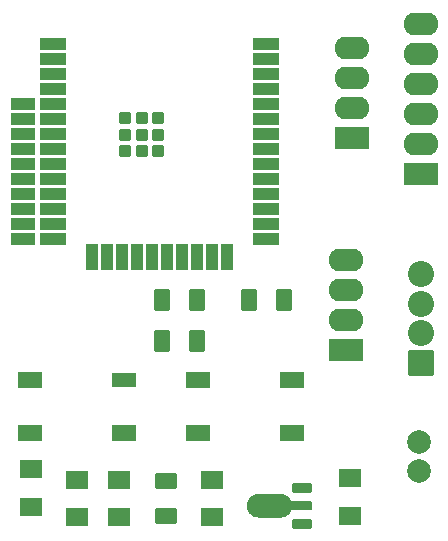
<source format=gts>
G04 Layer: TopSolderMaskLayer*
G04 EasyEDA v6.5.23, 2023-05-28 17:35:23*
G04 5b9d0392a9f34ebfbb4243e03fcb58ae,7b9118f9ee4640bfb0881aea6626bb62,10*
G04 Gerber Generator version 0.2*
G04 Scale: 100 percent, Rotated: No, Reflected: No *
G04 Dimensions in millimeters *
G04 leading zeros omitted , absolute positions ,4 integer and 5 decimal *
%FSLAX45Y45*%
%MOMM*%

%AMMACRO1*1,1,$1,$2,$3*1,1,$1,$4,$5*1,1,$1,0-$2,0-$3*1,1,$1,0-$4,0-$5*20,1,$1,$2,$3,$4,$5,0*20,1,$1,$4,$5,0-$2,0-$3,0*20,1,$1,0-$2,0-$3,0-$4,0-$5,0*20,1,$1,0-$4,0-$5,$2,$3,0*4,1,4,$2,$3,$4,$5,0-$2,0-$3,0-$4,0-$5,$2,$3,0*%
%ADD10MACRO1,0.1016X-0.864X0.7425X0.864X0.7425*%
%ADD11MACRO1,0.1016X-0.864X-0.7425X0.864X-0.7425*%
%ADD12MACRO1,0.1016X0.864X-0.7425X-0.864X-0.7425*%
%ADD13MACRO1,0.1016X0.864X0.7425X-0.864X0.7425*%
%ADD14C,2.0000*%
%ADD15C,2.2032*%
%ADD16MACRO1,0.2032X1X1X1X-1*%
%ADD17MACRO1,0.4X-1.27X0.77X1.27X0.77*%
%ADD18O,2.9399992X1.9400012*%
%ADD19MACRO1,0.1016X-0.8505X0.6038X0.8505X0.6038*%
%ADD20MACRO1,0.1016X-0.8505X-0.6038X0.8505X-0.6038*%
%ADD21MACRO1,0.1016X-0.6038X-0.8505X-0.6038X0.8505*%
%ADD22MACRO1,0.1016X0.6038X-0.8505X0.6038X0.8505*%
%ADD23R,2.1016X1.3016*%
%ADD24MACRO1,0.1016X-1X-0.6X-1X0.6*%
%ADD25MACRO1,0.1016X1.05X0.475X1.05X-0.475*%
%ADD26MACRO1,0.1016X0.475X1.05X0.475X-1.05*%
%ADD27MACRO1,0.1016X-0.45X-0.45X-0.45X0.45*%
%ADD28MACRO1,0.1016X-0.45X-0.4499X-0.45X0.4499*%
%ADD29MACRO1,0.1016X0.7875X-0.336X0.7875X0.336*%
%ADD30MACRO1,0.1016X-1X0.45X1X0.45*%
%ADD31C,0.0134*%

%LPD*%
D10*
G01*
X1765300Y3841249D03*
D11*
G01*
X1765300Y4159750D03*
D10*
G01*
X1409700Y3841249D03*
D11*
G01*
X1409700Y4159750D03*
D12*
G01*
X1016000Y4248650D03*
D13*
G01*
X1016000Y3930149D03*
D12*
G01*
X2552700Y4159750D03*
D13*
G01*
X2552700Y3841249D03*
D10*
G01*
X3721100Y3853949D03*
D11*
G01*
X3721100Y4172450D03*
D14*
G01*
X4305300Y4231093D03*
G01*
X4305300Y4481106D03*
D15*
G01*
X4318000Y5899505D03*
G01*
X4318000Y5649493D03*
G01*
X4318000Y5399506D03*
D16*
G01*
X4318000Y5149494D03*
D17*
G01*
X3683000Y5257800D03*
D18*
G01*
X3683000Y5511800D03*
G01*
X3683000Y5765800D03*
G01*
X3683000Y6019800D03*
D17*
G01*
X3733800Y7048500D03*
D18*
G01*
X3733800Y7302500D03*
G01*
X3733800Y7556500D03*
G01*
X3733800Y7810500D03*
D17*
G01*
X4318000Y6743700D03*
D18*
G01*
X4318000Y6997700D03*
G01*
X4318000Y7251700D03*
G01*
X4318000Y7505700D03*
G01*
X4318000Y7759700D03*
G01*
X4318000Y8013700D03*
D19*
G01*
X2159000Y3852623D03*
D20*
G01*
X2159000Y4148376D03*
D21*
G01*
X3157776Y5676900D03*
D22*
G01*
X2862023Y5676900D03*
D21*
G01*
X2421176Y5334000D03*
D22*
G01*
X2125423Y5334000D03*
D21*
G01*
X2421176Y5676900D03*
D22*
G01*
X2125423Y5676900D03*
D23*
G01*
X1809699Y5000193D03*
D24*
G01*
X1809699Y4550206D03*
G01*
X1009700Y4550206D03*
G01*
X1009700Y5000193D03*
G01*
X3232099Y5000193D03*
G01*
X3232099Y4550206D03*
G01*
X2432100Y4550206D03*
G01*
X2432100Y5000193D03*
D25*
G01*
X1208195Y7847157D03*
G01*
X1208195Y7720157D03*
G01*
X1208195Y7593157D03*
G01*
X1208195Y7466157D03*
G01*
X1208195Y7339157D03*
G01*
X1208195Y7212157D03*
G01*
X1208195Y7085157D03*
G01*
X1208195Y6958157D03*
G01*
X1208195Y6831157D03*
G01*
X1208195Y6704157D03*
G01*
X1208195Y6577157D03*
G01*
X1208195Y6450157D03*
G01*
X1208195Y6323157D03*
G01*
X1208195Y6196157D03*
D26*
G01*
X1536712Y6046659D03*
G01*
X1663712Y6046659D03*
G01*
X1790712Y6046659D03*
G01*
X1917712Y6046659D03*
G01*
X2044712Y6046659D03*
G01*
X2171712Y6046659D03*
G01*
X2298712Y6046659D03*
G01*
X2425712Y6046659D03*
G01*
X2552712Y6046659D03*
G01*
X2679712Y6046659D03*
D25*
G01*
X3008205Y6196157D03*
G01*
X3008205Y6323157D03*
G01*
X3008205Y6450157D03*
G01*
X3008205Y6577157D03*
G01*
X3008205Y6704157D03*
G01*
X3008205Y6831157D03*
G01*
X3008205Y6958157D03*
G01*
X3008205Y7085157D03*
G01*
X3008205Y7212157D03*
G01*
X3008205Y7339157D03*
G01*
X3008205Y7466157D03*
G01*
X3008205Y7593157D03*
G01*
X3008205Y7720157D03*
G01*
X3008205Y7847157D03*
D27*
G01*
X1958174Y7079053D03*
G01*
X1818199Y7079051D03*
G01*
X2098201Y7079051D03*
G01*
X2098201Y7219053D03*
G01*
X1958200Y7219053D03*
G01*
X1818199Y7219053D03*
G01*
X1818199Y6939061D03*
D28*
G01*
X1958200Y6939055D03*
D27*
G01*
X2098201Y6939061D03*
G36*
X2941827Y3837939D02*
G01*
X2937509Y3838194D01*
X2937256Y3838447D01*
X2932684Y3838955D01*
X2932429Y3838955D01*
X2928111Y3839718D01*
X2927858Y3839718D01*
X2923540Y3840479D01*
X2923286Y3840734D01*
X2918968Y3841750D01*
X2918713Y3841750D01*
X2914650Y3843273D01*
X2914395Y3843273D01*
X2910077Y3844797D01*
X2909824Y3844797D01*
X2905759Y3846576D01*
X2905506Y3846576D01*
X2901695Y3848607D01*
X2901441Y3848607D01*
X2893313Y3853179D01*
X2893313Y3853434D01*
X2889504Y3855720D01*
X2889250Y3855973D01*
X2885693Y3858513D01*
X2885440Y3858768D01*
X2882138Y3861562D01*
X2881884Y3861562D01*
X2878581Y3864610D01*
X2875025Y3868165D01*
X2871977Y3871468D01*
X2868929Y3875023D01*
X2866136Y3878579D01*
X2865881Y3878834D01*
X2863341Y3882389D01*
X2863341Y3882644D01*
X2860802Y3886454D01*
X2860802Y3886707D01*
X2858515Y3890518D01*
X2858515Y3890771D01*
X2856484Y3894581D01*
X2856484Y3894836D01*
X2854452Y3898900D01*
X2854452Y3899154D01*
X2852927Y3903218D01*
X2852674Y3903471D01*
X2851404Y3907789D01*
X2851150Y3908044D01*
X2850134Y3912362D01*
X2849879Y3912615D01*
X2848863Y3916934D01*
X2848102Y3921505D01*
X2848102Y3921760D01*
X2847340Y3926078D01*
X2847340Y3926331D01*
X2846831Y3930650D01*
X2846831Y3935476D01*
X2846577Y3935729D01*
X2846577Y3940047D01*
X2846831Y3940302D01*
X2846831Y3945128D01*
X2847340Y3949445D01*
X2847340Y3949700D01*
X2848102Y3954018D01*
X2848102Y3954271D01*
X2848863Y3958589D01*
X2848863Y3958844D01*
X2849879Y3963162D01*
X2850134Y3963415D01*
X2851150Y3967734D01*
X2851404Y3967987D01*
X2852674Y3972305D01*
X2852927Y3972560D01*
X2854452Y3976623D01*
X2854452Y3976878D01*
X2856484Y3980942D01*
X2856484Y3981195D01*
X2858515Y3985005D01*
X2858515Y3985260D01*
X2860802Y3989070D01*
X2860802Y3989323D01*
X2863341Y3993134D01*
X2863341Y3993387D01*
X2865881Y3996944D01*
X2866136Y3997197D01*
X2868929Y4000754D01*
X2871977Y4004310D01*
X2875025Y4007612D01*
X2878581Y4011168D01*
X2881884Y4013962D01*
X2882138Y4014215D01*
X2885440Y4017010D01*
X2885693Y4017263D01*
X2889250Y4019804D01*
X2889504Y4020057D01*
X2893313Y4022344D01*
X2893313Y4022597D01*
X2897377Y4024884D01*
X2901441Y4026915D01*
X2901695Y4027170D01*
X2905506Y4028947D01*
X2905759Y4029202D01*
X2909824Y4030979D01*
X2910077Y4030979D01*
X2914395Y4032504D01*
X2914650Y4032504D01*
X2918713Y4034028D01*
X2918968Y4034028D01*
X2923286Y4035044D01*
X2923540Y4035297D01*
X2927858Y4036060D01*
X2928111Y4036060D01*
X2932429Y4036821D01*
X2932684Y4036821D01*
X2937256Y4037329D01*
X2937509Y4037329D01*
X2941827Y4037837D01*
X3136900Y4037837D01*
X3141218Y4037329D01*
X3141472Y4037329D01*
X3146043Y4036821D01*
X3146297Y4036821D01*
X3150615Y4036060D01*
X3150870Y4036060D01*
X3155188Y4035297D01*
X3155441Y4035044D01*
X3159759Y4034028D01*
X3160013Y4034028D01*
X3168650Y4030979D01*
X3168904Y4030979D01*
X3172968Y4029202D01*
X3173222Y4028947D01*
X3177286Y4027170D01*
X3177286Y4026915D01*
X3181350Y4024884D01*
X3181604Y4024884D01*
X3185413Y4022597D01*
X3185668Y4022344D01*
X3189224Y4020057D01*
X3189477Y4019804D01*
X3193034Y4017263D01*
X3193288Y4017010D01*
X3196590Y4014215D01*
X3196843Y4013962D01*
X3200145Y4011168D01*
X3203702Y4007612D01*
X3206750Y4004310D01*
X3207004Y4004310D01*
X3209797Y4000754D01*
X3210052Y4000754D01*
X3212591Y3997197D01*
X3212845Y3996944D01*
X3215386Y3993387D01*
X3215386Y3993134D01*
X3217925Y3989323D01*
X3217925Y3989070D01*
X3220211Y3985260D01*
X3220211Y3985005D01*
X3222243Y3981195D01*
X3222398Y3981099D01*
X3222398Y3980591D01*
X3222652Y3980337D01*
X3222652Y3979829D01*
X3222752Y3979926D01*
X3223768Y3975862D01*
X3389375Y3975862D01*
X3389383Y3975963D01*
X3390907Y3975709D01*
X3392431Y3974947D01*
X3393447Y3973931D01*
X3394209Y3972407D01*
X3394463Y3970883D01*
X3394456Y3970781D01*
X3394456Y3904995D01*
X3394463Y3904884D01*
X3394209Y3903360D01*
X3393447Y3901836D01*
X3392431Y3900820D01*
X3390907Y3900058D01*
X3389383Y3899804D01*
X3389375Y3899915D01*
X3223768Y3899915D01*
X3222752Y3895852D01*
X3222652Y3895933D01*
X3222652Y3895425D01*
X3222398Y3895171D01*
X3222398Y3894663D01*
X3222243Y3894581D01*
X3220211Y3890771D01*
X3220211Y3890518D01*
X3217925Y3886707D01*
X3217925Y3886454D01*
X3215386Y3882644D01*
X3215386Y3882389D01*
X3212845Y3878834D01*
X3212591Y3878579D01*
X3210052Y3875023D01*
X3209797Y3875023D01*
X3207004Y3871468D01*
X3206750Y3871468D01*
X3203702Y3868165D01*
X3200145Y3864610D01*
X3196843Y3861562D01*
X3196590Y3861562D01*
X3193288Y3858768D01*
X3193034Y3858513D01*
X3189477Y3855973D01*
X3189224Y3855720D01*
X3185668Y3853434D01*
X3185413Y3853179D01*
X3181604Y3850894D01*
X3181350Y3850894D01*
X3177286Y3848607D01*
X3173222Y3846576D01*
X3172968Y3846576D01*
X3168904Y3844797D01*
X3168650Y3844797D01*
X3160013Y3841750D01*
X3159759Y3841750D01*
X3155441Y3840734D01*
X3155188Y3840479D01*
X3150870Y3839718D01*
X3150615Y3839718D01*
X3146297Y3838955D01*
X3146043Y3838955D01*
X3141472Y3838447D01*
X3141218Y3838194D01*
X3136900Y3837939D01*
G37*
D29*
G01*
X3310628Y4087012D03*
G01*
X3310628Y3787013D03*
D30*
G01*
X952500Y7213600D03*
G01*
X952500Y7086600D03*
G01*
X952500Y6959600D03*
G01*
X952500Y6832600D03*
G01*
X952500Y6705600D03*
G01*
X952500Y6578600D03*
G01*
X952500Y6451600D03*
G01*
X952500Y6324600D03*
G01*
X952500Y6197600D03*
G01*
X952500Y7340600D03*
M02*

</source>
